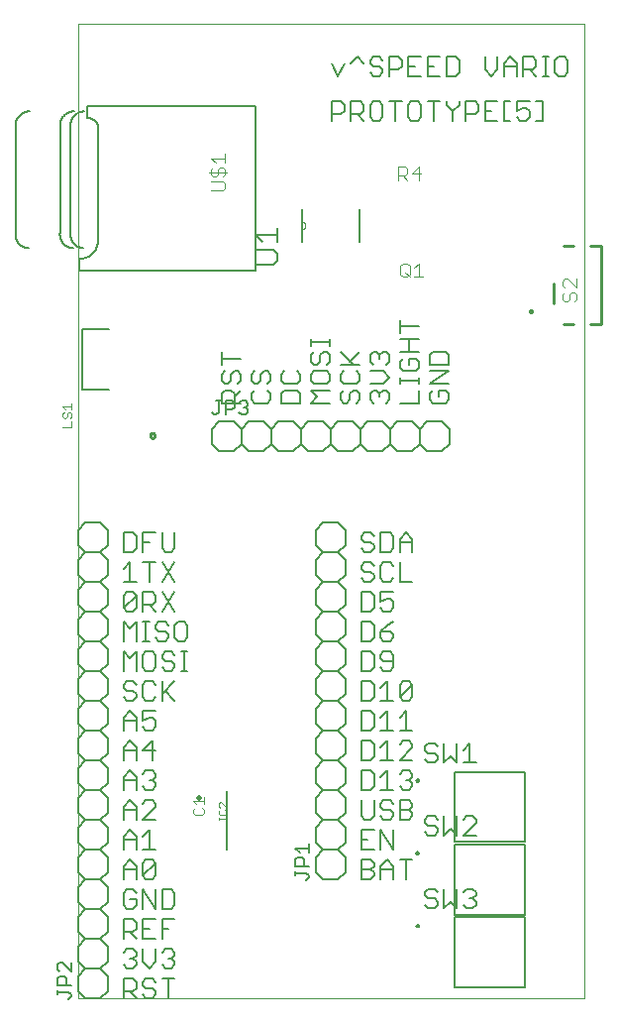
<source format=gto>
G75*
%MOIN*%
%OFA0B0*%
%FSLAX25Y25*%
%IPPOS*%
%LPD*%
%AMOC8*
5,1,8,0,0,1.08239X$1,22.5*
%
%ADD10C,0.00000*%
%ADD11C,0.00600*%
%ADD12C,0.00500*%
%ADD13C,0.00400*%
%ADD14C,0.00800*%
%ADD15C,0.00787*%
%ADD16C,0.01969*%
%ADD17C,0.00100*%
%ADD18C,0.00300*%
%ADD19C,0.01000*%
D10*
X0052595Y0028933D02*
X0052595Y0356610D01*
X0222871Y0356610D01*
X0222871Y0028933D01*
X0052595Y0028933D01*
X0127795Y0287733D02*
X0127864Y0287735D01*
X0127932Y0287741D01*
X0128000Y0287751D01*
X0128067Y0287764D01*
X0128133Y0287782D01*
X0128198Y0287803D01*
X0128262Y0287828D01*
X0128324Y0287856D01*
X0128385Y0287888D01*
X0128444Y0287923D01*
X0128500Y0287962D01*
X0128555Y0288004D01*
X0128606Y0288049D01*
X0128656Y0288097D01*
X0128702Y0288147D01*
X0128745Y0288200D01*
X0128786Y0288256D01*
X0128823Y0288313D01*
X0128856Y0288373D01*
X0128887Y0288435D01*
X0128913Y0288498D01*
X0128936Y0288562D01*
X0128956Y0288628D01*
X0128971Y0288695D01*
X0128983Y0288762D01*
X0128991Y0288830D01*
X0128995Y0288899D01*
X0128995Y0288967D01*
X0128991Y0289036D01*
X0128983Y0289104D01*
X0128971Y0289171D01*
X0128956Y0289238D01*
X0128936Y0289304D01*
X0128913Y0289368D01*
X0128887Y0289431D01*
X0128856Y0289493D01*
X0128823Y0289553D01*
X0128786Y0289610D01*
X0128745Y0289666D01*
X0128702Y0289719D01*
X0128656Y0289769D01*
X0128606Y0289817D01*
X0128555Y0289862D01*
X0128500Y0289904D01*
X0128444Y0289943D01*
X0128385Y0289978D01*
X0128324Y0290010D01*
X0128262Y0290038D01*
X0128198Y0290063D01*
X0128133Y0290084D01*
X0128067Y0290102D01*
X0128000Y0290115D01*
X0127932Y0290125D01*
X0127864Y0290131D01*
X0127795Y0290133D01*
D11*
X0127795Y0287733D01*
X0127795Y0283533D01*
X0127795Y0290133D02*
X0127795Y0294333D01*
X0137895Y0324233D02*
X0137895Y0330639D01*
X0141098Y0330639D01*
X0142165Y0329571D01*
X0142165Y0327436D01*
X0141098Y0326368D01*
X0137895Y0326368D01*
X0144341Y0326368D02*
X0147543Y0326368D01*
X0148611Y0327436D01*
X0148611Y0329571D01*
X0147543Y0330639D01*
X0144341Y0330639D01*
X0144341Y0324233D01*
X0146476Y0326368D02*
X0148611Y0324233D01*
X0150786Y0325301D02*
X0151854Y0324233D01*
X0153989Y0324233D01*
X0155056Y0325301D01*
X0155056Y0329571D01*
X0153989Y0330639D01*
X0151854Y0330639D01*
X0150786Y0329571D01*
X0150786Y0325301D01*
X0157232Y0330639D02*
X0161502Y0330639D01*
X0159367Y0330639D02*
X0159367Y0324233D01*
X0163677Y0325301D02*
X0164745Y0324233D01*
X0166880Y0324233D01*
X0167947Y0325301D01*
X0167947Y0329571D01*
X0166880Y0330639D01*
X0164745Y0330639D01*
X0163677Y0329571D01*
X0163677Y0325301D01*
X0170123Y0330639D02*
X0174393Y0330639D01*
X0172258Y0330639D02*
X0172258Y0324233D01*
X0178703Y0324233D02*
X0178703Y0327436D01*
X0180838Y0329571D01*
X0180838Y0330639D01*
X0183014Y0330639D02*
X0186216Y0330639D01*
X0187284Y0329571D01*
X0187284Y0327436D01*
X0186216Y0326368D01*
X0183014Y0326368D01*
X0183014Y0324233D02*
X0183014Y0330639D01*
X0178703Y0327436D02*
X0176568Y0329571D01*
X0176568Y0330639D01*
X0176568Y0339233D02*
X0179771Y0339233D01*
X0180838Y0340301D01*
X0180838Y0344571D01*
X0179771Y0345639D01*
X0176568Y0345639D01*
X0176568Y0339233D01*
X0174393Y0339233D02*
X0170123Y0339233D01*
X0170123Y0345639D01*
X0174393Y0345639D01*
X0172258Y0342436D02*
X0170123Y0342436D01*
X0167947Y0345639D02*
X0163677Y0345639D01*
X0163677Y0339233D01*
X0167947Y0339233D01*
X0165812Y0342436D02*
X0163677Y0342436D01*
X0161502Y0342436D02*
X0161502Y0344571D01*
X0160434Y0345639D01*
X0157232Y0345639D01*
X0157232Y0339233D01*
X0157232Y0341368D02*
X0160434Y0341368D01*
X0161502Y0342436D01*
X0155056Y0341368D02*
X0155056Y0340301D01*
X0153989Y0339233D01*
X0151854Y0339233D01*
X0150786Y0340301D01*
X0151854Y0342436D02*
X0150786Y0343503D01*
X0150786Y0344571D01*
X0151854Y0345639D01*
X0153989Y0345639D01*
X0155056Y0344571D01*
X0153989Y0342436D02*
X0151854Y0342436D01*
X0153989Y0342436D02*
X0155056Y0341368D01*
X0148611Y0343503D02*
X0146476Y0345639D01*
X0144341Y0343503D01*
X0142165Y0343503D02*
X0140030Y0339233D01*
X0137895Y0343503D01*
X0147395Y0294333D02*
X0147395Y0283533D01*
X0160890Y0257137D02*
X0160890Y0252867D01*
X0160890Y0255002D02*
X0167295Y0255002D01*
X0167295Y0250691D02*
X0160890Y0250691D01*
X0164092Y0250691D02*
X0164092Y0246421D01*
X0164092Y0244246D02*
X0164092Y0242111D01*
X0164092Y0244246D02*
X0166228Y0244246D01*
X0167295Y0243178D01*
X0167295Y0241043D01*
X0166228Y0239976D01*
X0161957Y0239976D01*
X0160890Y0241043D01*
X0160890Y0243178D01*
X0161957Y0244246D01*
X0160890Y0246421D02*
X0167295Y0246421D01*
X0170890Y0245327D02*
X0170890Y0242124D01*
X0177295Y0242124D01*
X0177295Y0245327D01*
X0176228Y0246394D01*
X0171957Y0246394D01*
X0170890Y0245327D01*
X0170890Y0239949D02*
X0177295Y0239949D01*
X0170890Y0235679D01*
X0177295Y0235679D01*
X0176228Y0233503D02*
X0177295Y0232436D01*
X0177295Y0230301D01*
X0176228Y0229233D01*
X0171957Y0229233D01*
X0170890Y0230301D01*
X0170890Y0232436D01*
X0171957Y0233503D01*
X0174092Y0233503D02*
X0174092Y0231368D01*
X0174092Y0233503D02*
X0176228Y0233503D01*
X0167295Y0233503D02*
X0167295Y0229233D01*
X0160890Y0229233D01*
X0157295Y0230301D02*
X0156228Y0229233D01*
X0157295Y0230301D02*
X0157295Y0232436D01*
X0156228Y0233503D01*
X0155160Y0233503D01*
X0154092Y0232436D01*
X0154092Y0231368D01*
X0154092Y0232436D02*
X0153025Y0233503D01*
X0151957Y0233503D01*
X0150890Y0232436D01*
X0150890Y0230301D01*
X0151957Y0229233D01*
X0150890Y0235679D02*
X0155160Y0235679D01*
X0157295Y0237814D01*
X0155160Y0239949D01*
X0150890Y0239949D01*
X0151957Y0242124D02*
X0150890Y0243192D01*
X0150890Y0245327D01*
X0151957Y0246394D01*
X0153025Y0246394D01*
X0154092Y0245327D01*
X0155160Y0246394D01*
X0156228Y0246394D01*
X0157295Y0245327D01*
X0157295Y0243192D01*
X0156228Y0242124D01*
X0154092Y0244259D02*
X0154092Y0245327D01*
X0160890Y0237814D02*
X0160890Y0235679D01*
X0160890Y0236746D02*
X0167295Y0236746D01*
X0167295Y0235679D02*
X0167295Y0237814D01*
X0165095Y0223022D02*
X0160095Y0223022D01*
X0157595Y0220522D01*
X0157595Y0215522D01*
X0160095Y0213022D01*
X0165095Y0213022D01*
X0167595Y0215522D01*
X0170095Y0213022D01*
X0175095Y0213022D01*
X0177595Y0215522D01*
X0177595Y0220522D01*
X0175095Y0223022D01*
X0170095Y0223022D01*
X0167595Y0220522D01*
X0167595Y0215522D01*
X0167595Y0220522D02*
X0165095Y0223022D01*
X0157595Y0220522D02*
X0155095Y0223022D01*
X0150095Y0223022D01*
X0147595Y0220522D01*
X0147595Y0215522D01*
X0145095Y0213022D01*
X0140095Y0213022D01*
X0137595Y0215522D01*
X0135095Y0213022D01*
X0130095Y0213022D01*
X0127595Y0215522D01*
X0125095Y0213022D01*
X0120095Y0213022D01*
X0117595Y0215522D01*
X0115095Y0213022D01*
X0110095Y0213022D01*
X0107595Y0215522D01*
X0105095Y0213022D01*
X0100095Y0213022D01*
X0097595Y0215522D01*
X0097595Y0220522D01*
X0100095Y0223022D01*
X0105095Y0223022D01*
X0107595Y0220522D01*
X0110095Y0223022D01*
X0115095Y0223022D01*
X0117595Y0220522D01*
X0117595Y0215522D01*
X0117595Y0220522D02*
X0120095Y0223022D01*
X0125095Y0223022D01*
X0127595Y0220522D01*
X0130095Y0223022D01*
X0135095Y0223022D01*
X0137595Y0220522D01*
X0140095Y0223022D01*
X0145095Y0223022D01*
X0147595Y0220522D01*
X0147595Y0215522D02*
X0150095Y0213022D01*
X0155095Y0213022D01*
X0157595Y0215522D01*
X0146228Y0229233D02*
X0147295Y0230301D01*
X0147295Y0232436D01*
X0146228Y0233503D01*
X0145160Y0233503D01*
X0144092Y0232436D01*
X0144092Y0230301D01*
X0143025Y0229233D01*
X0141957Y0229233D01*
X0140890Y0230301D01*
X0140890Y0232436D01*
X0141957Y0233503D01*
X0141957Y0235679D02*
X0146228Y0235679D01*
X0147295Y0236746D01*
X0147295Y0238881D01*
X0146228Y0239949D01*
X0147295Y0242124D02*
X0140890Y0242124D01*
X0141957Y0239949D02*
X0140890Y0238881D01*
X0140890Y0236746D01*
X0141957Y0235679D01*
X0137295Y0236746D02*
X0136228Y0235679D01*
X0131957Y0235679D01*
X0130890Y0236746D01*
X0130890Y0238881D01*
X0131957Y0239949D01*
X0136228Y0239949D01*
X0137295Y0238881D01*
X0137295Y0236746D01*
X0137295Y0233503D02*
X0130890Y0233503D01*
X0133025Y0231368D01*
X0130890Y0229233D01*
X0137295Y0229233D01*
X0137595Y0220522D02*
X0137595Y0215522D01*
X0127595Y0215522D02*
X0127595Y0220522D01*
X0127295Y0229233D02*
X0120890Y0229233D01*
X0120890Y0232436D01*
X0121957Y0233503D01*
X0126228Y0233503D01*
X0127295Y0232436D01*
X0127295Y0229233D01*
X0126228Y0235679D02*
X0127295Y0236746D01*
X0127295Y0238881D01*
X0126228Y0239949D01*
X0126228Y0235679D02*
X0121957Y0235679D01*
X0120890Y0236746D01*
X0120890Y0238881D01*
X0121957Y0239949D01*
X0117295Y0238881D02*
X0117295Y0236746D01*
X0116228Y0235679D01*
X0116228Y0233503D02*
X0117295Y0232436D01*
X0117295Y0230301D01*
X0116228Y0229233D01*
X0111957Y0229233D01*
X0110890Y0230301D01*
X0110890Y0232436D01*
X0111957Y0233503D01*
X0111957Y0235679D02*
X0113025Y0235679D01*
X0114092Y0236746D01*
X0114092Y0238881D01*
X0115160Y0239949D01*
X0116228Y0239949D01*
X0117295Y0238881D01*
X0111957Y0239949D02*
X0110890Y0238881D01*
X0110890Y0236746D01*
X0111957Y0235679D01*
X0107295Y0236746D02*
X0106228Y0235679D01*
X0107295Y0236746D02*
X0107295Y0238881D01*
X0106228Y0239949D01*
X0105160Y0239949D01*
X0104092Y0238881D01*
X0104092Y0236746D01*
X0103025Y0235679D01*
X0101957Y0235679D01*
X0100890Y0236746D01*
X0100890Y0238881D01*
X0101957Y0239949D01*
X0100890Y0242124D02*
X0100890Y0246394D01*
X0100890Y0244259D02*
X0107295Y0244259D01*
X0107295Y0233503D02*
X0105160Y0231368D01*
X0105160Y0232436D02*
X0105160Y0229233D01*
X0107295Y0229233D02*
X0100890Y0229233D01*
X0100890Y0232436D01*
X0101957Y0233503D01*
X0104092Y0233503D01*
X0105160Y0232436D01*
X0107595Y0220522D02*
X0107595Y0215522D01*
X0085056Y0185639D02*
X0085056Y0180301D01*
X0083989Y0179233D01*
X0081854Y0179233D01*
X0080786Y0180301D01*
X0080786Y0185639D01*
X0078611Y0185639D02*
X0074341Y0185639D01*
X0074341Y0179233D01*
X0072165Y0180301D02*
X0072165Y0184571D01*
X0071098Y0185639D01*
X0067895Y0185639D01*
X0067895Y0179233D01*
X0071098Y0179233D01*
X0072165Y0180301D01*
X0074341Y0182436D02*
X0076476Y0182436D01*
X0076476Y0175639D02*
X0076476Y0169233D01*
X0077543Y0165639D02*
X0074341Y0165639D01*
X0074341Y0159233D01*
X0074341Y0161368D02*
X0077543Y0161368D01*
X0078611Y0162436D01*
X0078611Y0164571D01*
X0077543Y0165639D01*
X0080786Y0165639D02*
X0085056Y0159233D01*
X0086151Y0155639D02*
X0085083Y0154571D01*
X0085083Y0150301D01*
X0086151Y0149233D01*
X0088286Y0149233D01*
X0089353Y0150301D01*
X0089353Y0154571D01*
X0088286Y0155639D01*
X0086151Y0155639D01*
X0082908Y0154571D02*
X0081840Y0155639D01*
X0079705Y0155639D01*
X0078638Y0154571D01*
X0078638Y0153503D01*
X0079705Y0152436D01*
X0081840Y0152436D01*
X0082908Y0151368D01*
X0082908Y0150301D01*
X0081840Y0149233D01*
X0079705Y0149233D01*
X0078638Y0150301D01*
X0076476Y0149233D02*
X0074341Y0149233D01*
X0075408Y0149233D02*
X0075408Y0155639D01*
X0074341Y0155639D02*
X0076476Y0155639D01*
X0078611Y0159233D02*
X0076476Y0161368D01*
X0072165Y0160301D02*
X0072165Y0164571D01*
X0067895Y0160301D01*
X0068963Y0159233D01*
X0071098Y0159233D01*
X0072165Y0160301D01*
X0072165Y0164571D02*
X0071098Y0165639D01*
X0068963Y0165639D01*
X0067895Y0164571D01*
X0067895Y0160301D01*
X0067895Y0155639D02*
X0070030Y0153503D01*
X0072165Y0155639D01*
X0072165Y0149233D01*
X0072165Y0145639D02*
X0072165Y0139233D01*
X0074341Y0140301D02*
X0075408Y0139233D01*
X0077543Y0139233D01*
X0078611Y0140301D01*
X0078611Y0144571D01*
X0077543Y0145639D01*
X0075408Y0145639D01*
X0074341Y0144571D01*
X0074341Y0140301D01*
X0075408Y0135639D02*
X0074341Y0134571D01*
X0074341Y0130301D01*
X0075408Y0129233D01*
X0077543Y0129233D01*
X0078611Y0130301D01*
X0080786Y0131368D02*
X0085056Y0135639D01*
X0083989Y0139233D02*
X0081854Y0139233D01*
X0080786Y0140301D01*
X0081854Y0142436D02*
X0083989Y0142436D01*
X0085056Y0141368D01*
X0085056Y0140301D01*
X0083989Y0139233D01*
X0081854Y0142436D02*
X0080786Y0143503D01*
X0080786Y0144571D01*
X0081854Y0145639D01*
X0083989Y0145639D01*
X0085056Y0144571D01*
X0087232Y0145639D02*
X0089367Y0145639D01*
X0088299Y0145639D02*
X0088299Y0139233D01*
X0087232Y0139233D02*
X0089367Y0139233D01*
X0080786Y0135639D02*
X0080786Y0129233D01*
X0081854Y0132436D02*
X0085056Y0129233D01*
X0078611Y0125639D02*
X0074341Y0125639D01*
X0074341Y0122436D01*
X0076476Y0123503D01*
X0077543Y0123503D01*
X0078611Y0122436D01*
X0078611Y0120301D01*
X0077543Y0119233D01*
X0075408Y0119233D01*
X0074341Y0120301D01*
X0072165Y0119233D02*
X0072165Y0123503D01*
X0070030Y0125639D01*
X0067895Y0123503D01*
X0067895Y0119233D01*
X0067895Y0122436D02*
X0072165Y0122436D01*
X0071098Y0129233D02*
X0068963Y0129233D01*
X0067895Y0130301D01*
X0068963Y0132436D02*
X0071098Y0132436D01*
X0072165Y0131368D01*
X0072165Y0130301D01*
X0071098Y0129233D01*
X0068963Y0132436D02*
X0067895Y0133503D01*
X0067895Y0134571D01*
X0068963Y0135639D01*
X0071098Y0135639D01*
X0072165Y0134571D01*
X0075408Y0135639D02*
X0077543Y0135639D01*
X0078611Y0134571D01*
X0070030Y0143503D02*
X0072165Y0145639D01*
X0070030Y0143503D02*
X0067895Y0145639D01*
X0067895Y0139233D01*
X0062595Y0141433D02*
X0062595Y0146433D01*
X0060095Y0148933D01*
X0062595Y0151433D01*
X0062595Y0156433D01*
X0060095Y0158933D01*
X0062595Y0161433D01*
X0062595Y0166433D01*
X0060095Y0168933D01*
X0055095Y0168933D01*
X0052595Y0166433D01*
X0052595Y0161433D01*
X0055095Y0158933D01*
X0060095Y0158933D01*
X0055095Y0158933D02*
X0052595Y0156433D01*
X0052595Y0151433D01*
X0055095Y0148933D01*
X0060095Y0148933D01*
X0055095Y0148933D02*
X0052595Y0146433D01*
X0052595Y0141433D01*
X0055095Y0138933D01*
X0060095Y0138933D01*
X0062595Y0136433D01*
X0062595Y0131433D01*
X0060095Y0128933D01*
X0062595Y0126433D01*
X0062595Y0121433D01*
X0060095Y0118933D01*
X0062595Y0116433D01*
X0062595Y0111433D01*
X0060095Y0108933D01*
X0062595Y0106433D01*
X0062595Y0101433D01*
X0060095Y0098933D01*
X0062595Y0096433D01*
X0062595Y0091433D01*
X0060095Y0088933D01*
X0062595Y0086433D01*
X0062595Y0081433D01*
X0060095Y0078933D01*
X0062595Y0076433D01*
X0062595Y0071433D01*
X0060095Y0068933D01*
X0062595Y0066433D01*
X0062595Y0061433D01*
X0060095Y0058933D01*
X0062595Y0056433D01*
X0062595Y0051433D01*
X0060095Y0048933D01*
X0062595Y0046433D01*
X0062595Y0041433D01*
X0060095Y0038933D01*
X0062595Y0036433D01*
X0062595Y0031433D01*
X0060095Y0028933D01*
X0055095Y0028933D01*
X0052595Y0031433D01*
X0052595Y0036433D01*
X0055095Y0038933D01*
X0052595Y0041433D01*
X0052595Y0046433D01*
X0055095Y0048933D01*
X0060095Y0048933D01*
X0055095Y0048933D02*
X0052595Y0051433D01*
X0052595Y0056433D01*
X0055095Y0058933D01*
X0052595Y0061433D01*
X0052595Y0066433D01*
X0055095Y0068933D01*
X0052595Y0071433D01*
X0052595Y0076433D01*
X0055095Y0078933D01*
X0060095Y0078933D01*
X0055095Y0078933D02*
X0052595Y0081433D01*
X0052595Y0086433D01*
X0055095Y0088933D01*
X0052595Y0091433D01*
X0052595Y0096433D01*
X0055095Y0098933D01*
X0052595Y0101433D01*
X0052595Y0106433D01*
X0055095Y0108933D01*
X0060095Y0108933D01*
X0055095Y0108933D02*
X0052595Y0111433D01*
X0052595Y0116433D01*
X0055095Y0118933D01*
X0052595Y0121433D01*
X0052595Y0126433D01*
X0055095Y0128933D01*
X0052595Y0131433D01*
X0052595Y0136433D01*
X0055095Y0138933D01*
X0060095Y0138933D02*
X0062595Y0141433D01*
X0067895Y0149233D02*
X0067895Y0155639D01*
X0067895Y0169233D02*
X0072165Y0169233D01*
X0070030Y0169233D02*
X0070030Y0175639D01*
X0067895Y0173503D01*
X0062595Y0171433D02*
X0060095Y0168933D01*
X0062595Y0171433D02*
X0062595Y0176433D01*
X0060095Y0178933D01*
X0062595Y0181433D01*
X0062595Y0186433D01*
X0060095Y0188933D01*
X0055095Y0188933D01*
X0052595Y0186433D01*
X0052595Y0181433D01*
X0055095Y0178933D01*
X0060095Y0178933D01*
X0055095Y0178933D02*
X0052595Y0176433D01*
X0052595Y0171433D01*
X0055095Y0168933D01*
X0074341Y0175639D02*
X0078611Y0175639D01*
X0080786Y0175639D02*
X0085056Y0169233D01*
X0085056Y0165639D02*
X0080786Y0159233D01*
X0080786Y0169233D02*
X0085056Y0175639D01*
X0060095Y0128933D02*
X0055095Y0128933D01*
X0055095Y0118933D02*
X0060095Y0118933D01*
X0067895Y0113503D02*
X0067895Y0109233D01*
X0067895Y0112436D02*
X0072165Y0112436D01*
X0072165Y0113503D02*
X0072165Y0109233D01*
X0074341Y0112436D02*
X0078611Y0112436D01*
X0077543Y0109233D02*
X0077543Y0115639D01*
X0074341Y0112436D01*
X0072165Y0113503D02*
X0070030Y0115639D01*
X0067895Y0113503D01*
X0070030Y0105639D02*
X0067895Y0103503D01*
X0067895Y0099233D01*
X0067895Y0102436D02*
X0072165Y0102436D01*
X0072165Y0103503D02*
X0072165Y0099233D01*
X0074341Y0100301D02*
X0075408Y0099233D01*
X0077543Y0099233D01*
X0078611Y0100301D01*
X0078611Y0101368D01*
X0077543Y0102436D01*
X0076476Y0102436D01*
X0077543Y0102436D02*
X0078611Y0103503D01*
X0078611Y0104571D01*
X0077543Y0105639D01*
X0075408Y0105639D01*
X0074341Y0104571D01*
X0072165Y0103503D02*
X0070030Y0105639D01*
X0070030Y0095639D02*
X0072165Y0093503D01*
X0072165Y0089233D01*
X0074341Y0089233D02*
X0078611Y0093503D01*
X0078611Y0094571D01*
X0077543Y0095639D01*
X0075408Y0095639D01*
X0074341Y0094571D01*
X0072165Y0092436D02*
X0067895Y0092436D01*
X0067895Y0093503D02*
X0070030Y0095639D01*
X0067895Y0093503D02*
X0067895Y0089233D01*
X0070030Y0085639D02*
X0072165Y0083503D01*
X0072165Y0079233D01*
X0074341Y0079233D02*
X0078611Y0079233D01*
X0076476Y0079233D02*
X0076476Y0085639D01*
X0074341Y0083503D01*
X0072165Y0082436D02*
X0067895Y0082436D01*
X0067895Y0083503D02*
X0070030Y0085639D01*
X0067895Y0083503D02*
X0067895Y0079233D01*
X0070030Y0075639D02*
X0067895Y0073503D01*
X0067895Y0069233D01*
X0067895Y0072436D02*
X0072165Y0072436D01*
X0072165Y0073503D02*
X0072165Y0069233D01*
X0074341Y0070301D02*
X0078611Y0074571D01*
X0078611Y0070301D01*
X0077543Y0069233D01*
X0075408Y0069233D01*
X0074341Y0070301D01*
X0074341Y0074571D01*
X0075408Y0075639D01*
X0077543Y0075639D01*
X0078611Y0074571D01*
X0072165Y0073503D02*
X0070030Y0075639D01*
X0068963Y0065639D02*
X0067895Y0064571D01*
X0067895Y0060301D01*
X0068963Y0059233D01*
X0071098Y0059233D01*
X0072165Y0060301D01*
X0072165Y0062436D01*
X0070030Y0062436D01*
X0072165Y0064571D02*
X0071098Y0065639D01*
X0068963Y0065639D01*
X0074341Y0065639D02*
X0074341Y0059233D01*
X0074341Y0055639D02*
X0074341Y0049233D01*
X0078611Y0049233D01*
X0080786Y0049233D02*
X0080786Y0055639D01*
X0085056Y0055639D01*
X0083989Y0059233D02*
X0085056Y0060301D01*
X0085056Y0064571D01*
X0083989Y0065639D01*
X0080786Y0065639D01*
X0080786Y0059233D01*
X0083989Y0059233D01*
X0078611Y0059233D02*
X0078611Y0065639D01*
X0074341Y0065639D02*
X0078611Y0059233D01*
X0078611Y0055639D02*
X0074341Y0055639D01*
X0072165Y0054571D02*
X0072165Y0052436D01*
X0071098Y0051368D01*
X0067895Y0051368D01*
X0067895Y0049233D02*
X0067895Y0055639D01*
X0071098Y0055639D01*
X0072165Y0054571D01*
X0074341Y0052436D02*
X0076476Y0052436D01*
X0072165Y0049233D02*
X0070030Y0051368D01*
X0068963Y0045639D02*
X0071098Y0045639D01*
X0072165Y0044571D01*
X0072165Y0043503D01*
X0071098Y0042436D01*
X0072165Y0041368D01*
X0072165Y0040301D01*
X0071098Y0039233D01*
X0068963Y0039233D01*
X0067895Y0040301D01*
X0070030Y0042436D02*
X0071098Y0042436D01*
X0074341Y0041368D02*
X0076476Y0039233D01*
X0078611Y0041368D01*
X0078611Y0045639D01*
X0080786Y0044571D02*
X0081854Y0045639D01*
X0083989Y0045639D01*
X0085056Y0044571D01*
X0085056Y0043503D01*
X0083989Y0042436D01*
X0085056Y0041368D01*
X0085056Y0040301D01*
X0083989Y0039233D01*
X0081854Y0039233D01*
X0080786Y0040301D01*
X0082921Y0042436D02*
X0083989Y0042436D01*
X0085056Y0035639D02*
X0080786Y0035639D01*
X0082921Y0035639D02*
X0082921Y0029233D01*
X0078611Y0030301D02*
X0077543Y0029233D01*
X0075408Y0029233D01*
X0074341Y0030301D01*
X0075408Y0032436D02*
X0074341Y0033503D01*
X0074341Y0034571D01*
X0075408Y0035639D01*
X0077543Y0035639D01*
X0078611Y0034571D01*
X0077543Y0032436D02*
X0075408Y0032436D01*
X0077543Y0032436D02*
X0078611Y0031368D01*
X0078611Y0030301D01*
X0072165Y0029233D02*
X0070030Y0031368D01*
X0071098Y0031368D02*
X0067895Y0031368D01*
X0067895Y0029233D02*
X0067895Y0035639D01*
X0071098Y0035639D01*
X0072165Y0034571D01*
X0072165Y0032436D01*
X0071098Y0031368D01*
X0074341Y0041368D02*
X0074341Y0045639D01*
X0068963Y0045639D02*
X0067895Y0044571D01*
X0060095Y0038933D02*
X0055095Y0038933D01*
X0055095Y0058933D02*
X0060095Y0058933D01*
X0060095Y0068933D02*
X0055095Y0068933D01*
X0055095Y0088933D02*
X0060095Y0088933D01*
X0060095Y0098933D02*
X0055095Y0098933D01*
X0074341Y0089233D02*
X0078611Y0089233D01*
X0080786Y0052436D02*
X0082921Y0052436D01*
X0132595Y0071433D02*
X0135095Y0068933D01*
X0140095Y0068933D01*
X0142595Y0071433D01*
X0142595Y0076433D01*
X0140095Y0078933D01*
X0142595Y0081433D01*
X0142595Y0086433D01*
X0140095Y0088933D01*
X0135095Y0088933D01*
X0132595Y0086433D01*
X0132595Y0081433D01*
X0135095Y0078933D01*
X0140095Y0078933D01*
X0135095Y0078933D02*
X0132595Y0076433D01*
X0132595Y0071433D01*
X0135095Y0088933D02*
X0132595Y0091433D01*
X0132595Y0096433D01*
X0135095Y0098933D01*
X0132595Y0101433D01*
X0132595Y0106433D01*
X0135095Y0108933D01*
X0132595Y0111433D01*
X0132595Y0116433D01*
X0135095Y0118933D01*
X0140095Y0118933D01*
X0142595Y0116433D01*
X0142595Y0111433D01*
X0140095Y0108933D01*
X0142595Y0106433D01*
X0142595Y0101433D01*
X0140095Y0098933D01*
X0142595Y0096433D01*
X0142595Y0091433D01*
X0140095Y0088933D01*
X0140095Y0098933D02*
X0135095Y0098933D01*
X0135095Y0108933D02*
X0140095Y0108933D01*
X0147895Y0109233D02*
X0151098Y0109233D01*
X0152165Y0110301D01*
X0152165Y0114571D01*
X0151098Y0115639D01*
X0147895Y0115639D01*
X0147895Y0109233D01*
X0147895Y0105639D02*
X0151098Y0105639D01*
X0152165Y0104571D01*
X0152165Y0100301D01*
X0151098Y0099233D01*
X0147895Y0099233D01*
X0147895Y0105639D01*
X0147895Y0095639D02*
X0147895Y0090301D01*
X0148963Y0089233D01*
X0151098Y0089233D01*
X0152165Y0090301D01*
X0152165Y0095639D01*
X0154341Y0094571D02*
X0154341Y0093503D01*
X0155408Y0092436D01*
X0157543Y0092436D01*
X0158611Y0091368D01*
X0158611Y0090301D01*
X0157543Y0089233D01*
X0155408Y0089233D01*
X0154341Y0090301D01*
X0154341Y0094571D02*
X0155408Y0095639D01*
X0157543Y0095639D01*
X0158611Y0094571D01*
X0160786Y0095639D02*
X0160786Y0089233D01*
X0163989Y0089233D01*
X0165056Y0090301D01*
X0165056Y0091368D01*
X0163989Y0092436D01*
X0160786Y0092436D01*
X0160786Y0095639D02*
X0163989Y0095639D01*
X0165056Y0094571D01*
X0165056Y0093503D01*
X0163989Y0092436D01*
X0163989Y0099233D02*
X0161854Y0099233D01*
X0160786Y0100301D01*
X0158611Y0099233D02*
X0154341Y0099233D01*
X0156476Y0099233D02*
X0156476Y0105639D01*
X0154341Y0103503D01*
X0154341Y0109233D02*
X0158611Y0109233D01*
X0156476Y0109233D02*
X0156476Y0115639D01*
X0154341Y0113503D01*
X0154341Y0119233D02*
X0158611Y0119233D01*
X0156476Y0119233D02*
X0156476Y0125639D01*
X0154341Y0123503D01*
X0152165Y0124571D02*
X0152165Y0120301D01*
X0151098Y0119233D01*
X0147895Y0119233D01*
X0147895Y0125639D01*
X0151098Y0125639D01*
X0152165Y0124571D01*
X0151098Y0129233D02*
X0152165Y0130301D01*
X0152165Y0134571D01*
X0151098Y0135639D01*
X0147895Y0135639D01*
X0147895Y0129233D01*
X0151098Y0129233D01*
X0154341Y0129233D02*
X0158611Y0129233D01*
X0156476Y0129233D02*
X0156476Y0135639D01*
X0154341Y0133503D01*
X0155408Y0139233D02*
X0157543Y0139233D01*
X0158611Y0140301D01*
X0158611Y0144571D01*
X0157543Y0145639D01*
X0155408Y0145639D01*
X0154341Y0144571D01*
X0154341Y0143503D01*
X0155408Y0142436D01*
X0158611Y0142436D01*
X0155408Y0139233D02*
X0154341Y0140301D01*
X0152165Y0140301D02*
X0152165Y0144571D01*
X0151098Y0145639D01*
X0147895Y0145639D01*
X0147895Y0139233D01*
X0151098Y0139233D01*
X0152165Y0140301D01*
X0151098Y0149233D02*
X0147895Y0149233D01*
X0147895Y0155639D01*
X0151098Y0155639D01*
X0152165Y0154571D01*
X0152165Y0150301D01*
X0151098Y0149233D01*
X0154341Y0150301D02*
X0155408Y0149233D01*
X0157543Y0149233D01*
X0158611Y0150301D01*
X0158611Y0151368D01*
X0157543Y0152436D01*
X0154341Y0152436D01*
X0154341Y0150301D01*
X0154341Y0152436D02*
X0156476Y0154571D01*
X0158611Y0155639D01*
X0157543Y0159233D02*
X0155408Y0159233D01*
X0154341Y0160301D01*
X0154341Y0162436D02*
X0156476Y0163503D01*
X0157543Y0163503D01*
X0158611Y0162436D01*
X0158611Y0160301D01*
X0157543Y0159233D01*
X0154341Y0162436D02*
X0154341Y0165639D01*
X0158611Y0165639D01*
X0157543Y0169233D02*
X0155408Y0169233D01*
X0154341Y0170301D01*
X0154341Y0174571D01*
X0155408Y0175639D01*
X0157543Y0175639D01*
X0158611Y0174571D01*
X0160786Y0175639D02*
X0160786Y0169233D01*
X0165056Y0169233D01*
X0165056Y0179233D02*
X0165056Y0183503D01*
X0162921Y0185639D01*
X0160786Y0183503D01*
X0160786Y0179233D01*
X0158611Y0180301D02*
X0158611Y0184571D01*
X0157543Y0185639D01*
X0154341Y0185639D01*
X0154341Y0179233D01*
X0157543Y0179233D01*
X0158611Y0180301D01*
X0160786Y0182436D02*
X0165056Y0182436D01*
X0158611Y0170301D02*
X0157543Y0169233D01*
X0152165Y0170301D02*
X0151098Y0169233D01*
X0148963Y0169233D01*
X0147895Y0170301D01*
X0148963Y0172436D02*
X0147895Y0173503D01*
X0147895Y0174571D01*
X0148963Y0175639D01*
X0151098Y0175639D01*
X0152165Y0174571D01*
X0151098Y0172436D02*
X0152165Y0171368D01*
X0152165Y0170301D01*
X0151098Y0172436D02*
X0148963Y0172436D01*
X0148963Y0179233D02*
X0147895Y0180301D01*
X0148963Y0179233D02*
X0151098Y0179233D01*
X0152165Y0180301D01*
X0152165Y0181368D01*
X0151098Y0182436D01*
X0148963Y0182436D01*
X0147895Y0183503D01*
X0147895Y0184571D01*
X0148963Y0185639D01*
X0151098Y0185639D01*
X0152165Y0184571D01*
X0142595Y0186433D02*
X0142595Y0181433D01*
X0140095Y0178933D01*
X0142595Y0176433D01*
X0142595Y0171433D01*
X0140095Y0168933D01*
X0142595Y0166433D01*
X0142595Y0161433D01*
X0140095Y0158933D01*
X0142595Y0156433D01*
X0142595Y0151433D01*
X0140095Y0148933D01*
X0142595Y0146433D01*
X0142595Y0141433D01*
X0140095Y0138933D01*
X0142595Y0136433D01*
X0142595Y0131433D01*
X0140095Y0128933D01*
X0142595Y0126433D01*
X0142595Y0121433D01*
X0140095Y0118933D01*
X0135095Y0118933D02*
X0132595Y0121433D01*
X0132595Y0126433D01*
X0135095Y0128933D01*
X0132595Y0131433D01*
X0132595Y0136433D01*
X0135095Y0138933D01*
X0132595Y0141433D01*
X0132595Y0146433D01*
X0135095Y0148933D01*
X0140095Y0148933D01*
X0135095Y0148933D02*
X0132595Y0151433D01*
X0132595Y0156433D01*
X0135095Y0158933D01*
X0132595Y0161433D01*
X0132595Y0166433D01*
X0135095Y0168933D01*
X0132595Y0171433D01*
X0132595Y0176433D01*
X0135095Y0178933D01*
X0132595Y0181433D01*
X0132595Y0186433D01*
X0135095Y0188933D01*
X0140095Y0188933D01*
X0142595Y0186433D01*
X0140095Y0178933D02*
X0135095Y0178933D01*
X0135095Y0168933D02*
X0140095Y0168933D01*
X0147895Y0165639D02*
X0147895Y0159233D01*
X0151098Y0159233D01*
X0152165Y0160301D01*
X0152165Y0164571D01*
X0151098Y0165639D01*
X0147895Y0165639D01*
X0140095Y0158933D02*
X0135095Y0158933D01*
X0135095Y0138933D02*
X0140095Y0138933D01*
X0140095Y0128933D02*
X0135095Y0128933D01*
X0160786Y0130301D02*
X0165056Y0134571D01*
X0165056Y0130301D01*
X0163989Y0129233D01*
X0161854Y0129233D01*
X0160786Y0130301D01*
X0160786Y0134571D01*
X0161854Y0135639D01*
X0163989Y0135639D01*
X0165056Y0134571D01*
X0162921Y0125639D02*
X0160786Y0123503D01*
X0162921Y0125639D02*
X0162921Y0119233D01*
X0160786Y0119233D02*
X0165056Y0119233D01*
X0163989Y0115639D02*
X0161854Y0115639D01*
X0160786Y0114571D01*
X0163989Y0115639D02*
X0165056Y0114571D01*
X0165056Y0113503D01*
X0160786Y0109233D01*
X0165056Y0109233D01*
X0163989Y0105639D02*
X0165056Y0104571D01*
X0165056Y0103503D01*
X0163989Y0102436D01*
X0165056Y0101368D01*
X0165056Y0100301D01*
X0163989Y0099233D01*
X0163989Y0102436D02*
X0162921Y0102436D01*
X0160786Y0104571D02*
X0161854Y0105639D01*
X0163989Y0105639D01*
X0169312Y0109344D02*
X0170382Y0108275D01*
X0172521Y0108275D01*
X0173590Y0109344D01*
X0173590Y0110414D01*
X0172521Y0111483D01*
X0170382Y0111483D01*
X0169312Y0112553D01*
X0169312Y0113622D01*
X0170382Y0114692D01*
X0172521Y0114692D01*
X0173590Y0113622D01*
X0175768Y0114692D02*
X0175768Y0108275D01*
X0177907Y0110414D01*
X0180047Y0108275D01*
X0180047Y0114692D01*
X0182225Y0112553D02*
X0184364Y0114692D01*
X0184364Y0108275D01*
X0182225Y0108275D02*
X0186503Y0108275D01*
X0185433Y0090283D02*
X0183294Y0090283D01*
X0182225Y0089213D01*
X0180047Y0090283D02*
X0180047Y0083865D01*
X0177907Y0086004D01*
X0175768Y0083865D01*
X0175768Y0090283D01*
X0173590Y0089213D02*
X0172521Y0090283D01*
X0170382Y0090283D01*
X0169312Y0089213D01*
X0169312Y0088144D01*
X0170382Y0087074D01*
X0172521Y0087074D01*
X0173590Y0086004D01*
X0173590Y0084935D01*
X0172521Y0083865D01*
X0170382Y0083865D01*
X0169312Y0084935D01*
X0165056Y0075639D02*
X0160786Y0075639D01*
X0162921Y0075639D02*
X0162921Y0069233D01*
X0158611Y0069233D02*
X0158611Y0073503D01*
X0156476Y0075639D01*
X0154341Y0073503D01*
X0154341Y0069233D01*
X0152165Y0070301D02*
X0151098Y0069233D01*
X0147895Y0069233D01*
X0147895Y0075639D01*
X0151098Y0075639D01*
X0152165Y0074571D01*
X0152165Y0073503D01*
X0151098Y0072436D01*
X0147895Y0072436D01*
X0151098Y0072436D02*
X0152165Y0071368D01*
X0152165Y0070301D01*
X0154341Y0072436D02*
X0158611Y0072436D01*
X0158611Y0079233D02*
X0158611Y0085639D01*
X0154341Y0085639D02*
X0158611Y0079233D01*
X0154341Y0079233D02*
X0154341Y0085639D01*
X0152165Y0085639D02*
X0147895Y0085639D01*
X0147895Y0079233D01*
X0152165Y0079233D01*
X0150030Y0082436D02*
X0147895Y0082436D01*
X0169312Y0064804D02*
X0169312Y0063734D01*
X0170382Y0062665D01*
X0172521Y0062665D01*
X0173590Y0061595D01*
X0173590Y0060526D01*
X0172521Y0059456D01*
X0170382Y0059456D01*
X0169312Y0060526D01*
X0169312Y0064804D02*
X0170382Y0065873D01*
X0172521Y0065873D01*
X0173590Y0064804D01*
X0175768Y0065873D02*
X0175768Y0059456D01*
X0177907Y0061595D01*
X0180047Y0059456D01*
X0180047Y0065873D01*
X0182225Y0064804D02*
X0183294Y0065873D01*
X0185433Y0065873D01*
X0186503Y0064804D01*
X0186503Y0063734D01*
X0185433Y0062665D01*
X0186503Y0061595D01*
X0186503Y0060526D01*
X0185433Y0059456D01*
X0183294Y0059456D01*
X0182225Y0060526D01*
X0184364Y0062665D02*
X0185433Y0062665D01*
X0186503Y0083865D02*
X0182225Y0083865D01*
X0186503Y0088144D01*
X0186503Y0089213D01*
X0185433Y0090283D01*
X0145160Y0242124D02*
X0140890Y0246394D01*
X0137295Y0245327D02*
X0137295Y0243192D01*
X0136228Y0242124D01*
X0134092Y0243192D02*
X0134092Y0245327D01*
X0135160Y0246394D01*
X0136228Y0246394D01*
X0137295Y0245327D01*
X0137295Y0248570D02*
X0137295Y0250705D01*
X0137295Y0249637D02*
X0130890Y0249637D01*
X0130890Y0248570D02*
X0130890Y0250705D01*
X0131957Y0246394D02*
X0130890Y0245327D01*
X0130890Y0243192D01*
X0131957Y0242124D01*
X0133025Y0242124D01*
X0134092Y0243192D01*
X0144092Y0243192D02*
X0147295Y0246394D01*
X0189459Y0324233D02*
X0193729Y0324233D01*
X0195905Y0324233D02*
X0195905Y0330639D01*
X0198040Y0330639D01*
X0200202Y0330639D02*
X0200202Y0327436D01*
X0202337Y0328503D01*
X0203404Y0328503D01*
X0204472Y0327436D01*
X0204472Y0325301D01*
X0203404Y0324233D01*
X0201269Y0324233D01*
X0200202Y0325301D01*
X0198040Y0324233D02*
X0195905Y0324233D01*
X0191594Y0327436D02*
X0189459Y0327436D01*
X0189459Y0330639D02*
X0189459Y0324233D01*
X0189459Y0330639D02*
X0193729Y0330639D01*
X0191594Y0339233D02*
X0193729Y0341368D01*
X0193729Y0345639D01*
X0195905Y0343503D02*
X0198040Y0345639D01*
X0200175Y0343503D01*
X0200175Y0339233D01*
X0202350Y0339233D02*
X0202350Y0345639D01*
X0205553Y0345639D01*
X0206620Y0344571D01*
X0206620Y0342436D01*
X0205553Y0341368D01*
X0202350Y0341368D01*
X0204485Y0341368D02*
X0206620Y0339233D01*
X0208796Y0339233D02*
X0210931Y0339233D01*
X0209863Y0339233D02*
X0209863Y0345639D01*
X0208796Y0345639D02*
X0210931Y0345639D01*
X0213093Y0344571D02*
X0213093Y0340301D01*
X0214160Y0339233D01*
X0216295Y0339233D01*
X0217363Y0340301D01*
X0217363Y0344571D01*
X0216295Y0345639D01*
X0214160Y0345639D01*
X0213093Y0344571D01*
X0208782Y0330639D02*
X0206647Y0330639D01*
X0208782Y0330639D02*
X0208782Y0324233D01*
X0206647Y0324233D01*
X0204472Y0330639D02*
X0200202Y0330639D01*
X0195905Y0339233D02*
X0195905Y0343503D01*
X0195905Y0342436D02*
X0200175Y0342436D01*
X0191594Y0339233D02*
X0189459Y0341368D01*
X0189459Y0345639D01*
D12*
X0045641Y0031886D02*
X0045641Y0030384D01*
X0045641Y0031135D02*
X0049395Y0031135D01*
X0050145Y0030384D01*
X0050145Y0029634D01*
X0049395Y0028883D01*
X0050145Y0033487D02*
X0045641Y0033487D01*
X0045641Y0035739D01*
X0046392Y0036490D01*
X0047893Y0036490D01*
X0048644Y0035739D01*
X0048644Y0033487D01*
X0050145Y0038091D02*
X0047143Y0041093D01*
X0046392Y0041093D01*
X0045641Y0040343D01*
X0045641Y0038842D01*
X0046392Y0038091D01*
X0050145Y0038091D02*
X0050145Y0041093D01*
X0125641Y0070384D02*
X0125641Y0071886D01*
X0125641Y0071135D02*
X0129395Y0071135D01*
X0130145Y0070384D01*
X0130145Y0069634D01*
X0129395Y0068883D01*
X0130145Y0073487D02*
X0125641Y0073487D01*
X0125641Y0075739D01*
X0126392Y0076490D01*
X0127893Y0076490D01*
X0128644Y0075739D01*
X0128644Y0073487D01*
X0130145Y0078091D02*
X0130145Y0081093D01*
X0130145Y0079592D02*
X0125641Y0079592D01*
X0127143Y0078091D01*
X0179238Y0080852D02*
X0179238Y0057230D01*
X0202860Y0057230D01*
X0202860Y0080852D01*
X0179238Y0080852D01*
X0179238Y0081640D02*
X0202860Y0081640D01*
X0202860Y0105262D01*
X0179238Y0105262D01*
X0179238Y0081640D01*
X0179238Y0056443D02*
X0202860Y0056443D01*
X0202860Y0032821D01*
X0179238Y0032821D01*
X0179238Y0056443D01*
X0109005Y0225472D02*
X0107504Y0225472D01*
X0106753Y0226222D01*
X0108254Y0227724D02*
X0109005Y0227724D01*
X0109756Y0226973D01*
X0109756Y0226222D01*
X0109005Y0225472D01*
X0109005Y0227724D02*
X0109756Y0228474D01*
X0109756Y0229225D01*
X0109005Y0229976D01*
X0107504Y0229976D01*
X0106753Y0229225D01*
X0105152Y0229225D02*
X0105152Y0227724D01*
X0104401Y0226973D01*
X0102149Y0226973D01*
X0102149Y0225472D02*
X0102149Y0229976D01*
X0104401Y0229976D01*
X0105152Y0229225D01*
X0100548Y0229976D02*
X0099046Y0229976D01*
X0099797Y0229976D02*
X0099797Y0226222D01*
X0099046Y0225472D01*
X0098296Y0225472D01*
X0097545Y0226222D01*
X0112438Y0273815D02*
X0112438Y0328933D01*
X0055745Y0328933D01*
X0055745Y0324996D01*
X0054721Y0327358D02*
X0054586Y0327356D01*
X0054451Y0327350D01*
X0054317Y0327341D01*
X0054183Y0327327D01*
X0054049Y0327310D01*
X0053915Y0327289D01*
X0053783Y0327264D01*
X0053651Y0327235D01*
X0053520Y0327203D01*
X0053390Y0327167D01*
X0053261Y0327127D01*
X0053134Y0327083D01*
X0053007Y0327036D01*
X0052882Y0326985D01*
X0052759Y0326931D01*
X0052637Y0326873D01*
X0052516Y0326812D01*
X0052398Y0326747D01*
X0052282Y0326679D01*
X0052167Y0326608D01*
X0052055Y0326534D01*
X0051944Y0326456D01*
X0051836Y0326375D01*
X0051731Y0326291D01*
X0051627Y0326204D01*
X0051527Y0326114D01*
X0051429Y0326022D01*
X0051333Y0325926D01*
X0051241Y0325828D01*
X0051151Y0325728D01*
X0051064Y0325624D01*
X0050980Y0325519D01*
X0050899Y0325411D01*
X0050821Y0325300D01*
X0050747Y0325188D01*
X0050676Y0325073D01*
X0050608Y0324957D01*
X0050543Y0324839D01*
X0050482Y0324718D01*
X0050424Y0324596D01*
X0050370Y0324473D01*
X0050319Y0324348D01*
X0050272Y0324221D01*
X0050228Y0324094D01*
X0050188Y0323965D01*
X0050152Y0323835D01*
X0050120Y0323704D01*
X0050091Y0323572D01*
X0050066Y0323440D01*
X0050045Y0323306D01*
X0050028Y0323172D01*
X0050014Y0323038D01*
X0050005Y0322904D01*
X0049999Y0322769D01*
X0049997Y0322634D01*
X0049997Y0286413D01*
X0046453Y0286414D02*
X0046444Y0286279D01*
X0046439Y0286143D01*
X0046437Y0286008D01*
X0046439Y0285873D01*
X0046445Y0285737D01*
X0046455Y0285602D01*
X0046469Y0285468D01*
X0046487Y0285333D01*
X0046509Y0285200D01*
X0046534Y0285067D01*
X0046563Y0284934D01*
X0046596Y0284803D01*
X0046632Y0284673D01*
X0046673Y0284544D01*
X0046717Y0284415D01*
X0046764Y0284289D01*
X0046816Y0284163D01*
X0046870Y0284040D01*
X0046929Y0283917D01*
X0046991Y0283797D01*
X0047056Y0283678D01*
X0047124Y0283561D01*
X0047196Y0283447D01*
X0047271Y0283334D01*
X0047350Y0283224D01*
X0047431Y0283115D01*
X0047515Y0283010D01*
X0047603Y0282906D01*
X0047693Y0282805D01*
X0047786Y0282707D01*
X0047882Y0282612D01*
X0047981Y0282519D01*
X0048082Y0282429D01*
X0048186Y0282342D01*
X0048292Y0282258D01*
X0048401Y0282177D01*
X0048512Y0282100D01*
X0048625Y0282025D01*
X0048740Y0281954D01*
X0048857Y0281886D01*
X0048976Y0281821D01*
X0049097Y0281760D01*
X0049219Y0281702D01*
X0049344Y0281648D01*
X0049469Y0281598D01*
X0049596Y0281551D01*
X0049724Y0281507D01*
X0049854Y0281468D01*
X0049984Y0281432D01*
X0050116Y0281399D01*
X0050248Y0281371D01*
X0050381Y0281346D01*
X0050515Y0281326D01*
X0050650Y0281309D01*
X0050784Y0281295D01*
X0052989Y0277752D02*
X0053146Y0277754D01*
X0053303Y0277760D01*
X0053460Y0277770D01*
X0053616Y0277783D01*
X0053772Y0277801D01*
X0053928Y0277822D01*
X0054083Y0277848D01*
X0054237Y0277877D01*
X0054391Y0277910D01*
X0054543Y0277947D01*
X0054695Y0277987D01*
X0054846Y0278032D01*
X0054995Y0278080D01*
X0055143Y0278132D01*
X0055290Y0278187D01*
X0055436Y0278247D01*
X0055580Y0278309D01*
X0055722Y0278376D01*
X0055863Y0278446D01*
X0056002Y0278519D01*
X0056139Y0278596D01*
X0056274Y0278676D01*
X0056406Y0278760D01*
X0056537Y0278847D01*
X0056666Y0278937D01*
X0056792Y0279030D01*
X0056916Y0279126D01*
X0057038Y0279226D01*
X0057157Y0279328D01*
X0057273Y0279434D01*
X0057387Y0279542D01*
X0057498Y0279653D01*
X0057606Y0279767D01*
X0057712Y0279883D01*
X0057814Y0280002D01*
X0057914Y0280124D01*
X0058010Y0280248D01*
X0058103Y0280374D01*
X0058193Y0280503D01*
X0058280Y0280634D01*
X0058364Y0280766D01*
X0058444Y0280902D01*
X0058521Y0281038D01*
X0058594Y0281177D01*
X0058664Y0281318D01*
X0058731Y0281460D01*
X0058793Y0281604D01*
X0058853Y0281750D01*
X0058908Y0281897D01*
X0058960Y0282045D01*
X0059008Y0282194D01*
X0059053Y0282345D01*
X0059093Y0282497D01*
X0059130Y0282649D01*
X0059163Y0282803D01*
X0059192Y0282957D01*
X0059218Y0283112D01*
X0059239Y0283268D01*
X0059257Y0283424D01*
X0059270Y0283580D01*
X0059280Y0283737D01*
X0059286Y0283894D01*
X0059288Y0284051D01*
X0059288Y0322240D01*
X0059287Y0322240D02*
X0059272Y0322349D01*
X0059252Y0322458D01*
X0059229Y0322567D01*
X0059202Y0322674D01*
X0059171Y0322781D01*
X0059137Y0322886D01*
X0059099Y0322990D01*
X0059057Y0323093D01*
X0059012Y0323194D01*
X0058963Y0323293D01*
X0058911Y0323391D01*
X0058855Y0323487D01*
X0058796Y0323580D01*
X0058734Y0323672D01*
X0058669Y0323762D01*
X0058600Y0323849D01*
X0058529Y0323934D01*
X0058455Y0324016D01*
X0058377Y0324095D01*
X0058298Y0324172D01*
X0058215Y0324246D01*
X0058130Y0324317D01*
X0058043Y0324385D01*
X0057953Y0324450D01*
X0057861Y0324512D01*
X0057767Y0324570D01*
X0057671Y0324625D01*
X0057573Y0324677D01*
X0057473Y0324726D01*
X0057372Y0324770D01*
X0057269Y0324812D01*
X0057165Y0324849D01*
X0057059Y0324883D01*
X0056953Y0324914D01*
X0056845Y0324940D01*
X0056737Y0324963D01*
X0056628Y0324982D01*
X0056518Y0324997D01*
X0056408Y0325009D01*
X0056297Y0325016D01*
X0056186Y0325020D01*
X0056076Y0325019D01*
X0055965Y0325015D01*
X0055854Y0325007D01*
X0055744Y0324995D01*
X0051178Y0327358D02*
X0051043Y0327356D01*
X0050908Y0327350D01*
X0050774Y0327341D01*
X0050640Y0327327D01*
X0050506Y0327310D01*
X0050372Y0327289D01*
X0050240Y0327264D01*
X0050108Y0327235D01*
X0049977Y0327203D01*
X0049847Y0327167D01*
X0049718Y0327127D01*
X0049591Y0327083D01*
X0049464Y0327036D01*
X0049339Y0326985D01*
X0049216Y0326931D01*
X0049094Y0326873D01*
X0048973Y0326812D01*
X0048855Y0326747D01*
X0048739Y0326679D01*
X0048624Y0326608D01*
X0048512Y0326534D01*
X0048401Y0326456D01*
X0048293Y0326375D01*
X0048188Y0326291D01*
X0048084Y0326204D01*
X0047984Y0326114D01*
X0047886Y0326022D01*
X0047790Y0325926D01*
X0047698Y0325828D01*
X0047608Y0325728D01*
X0047521Y0325624D01*
X0047437Y0325519D01*
X0047356Y0325411D01*
X0047278Y0325300D01*
X0047204Y0325188D01*
X0047133Y0325073D01*
X0047065Y0324957D01*
X0047000Y0324839D01*
X0046939Y0324718D01*
X0046881Y0324596D01*
X0046827Y0324473D01*
X0046776Y0324348D01*
X0046729Y0324221D01*
X0046685Y0324094D01*
X0046645Y0323965D01*
X0046609Y0323835D01*
X0046577Y0323704D01*
X0046548Y0323572D01*
X0046523Y0323440D01*
X0046502Y0323306D01*
X0046485Y0323172D01*
X0046471Y0323038D01*
X0046462Y0322904D01*
X0046456Y0322769D01*
X0046454Y0322634D01*
X0046453Y0322634D02*
X0046453Y0286413D01*
X0049996Y0286414D02*
X0049987Y0286279D01*
X0049982Y0286143D01*
X0049980Y0286008D01*
X0049982Y0285873D01*
X0049988Y0285737D01*
X0049998Y0285602D01*
X0050012Y0285468D01*
X0050030Y0285333D01*
X0050052Y0285200D01*
X0050077Y0285067D01*
X0050106Y0284934D01*
X0050139Y0284803D01*
X0050175Y0284673D01*
X0050216Y0284544D01*
X0050260Y0284415D01*
X0050307Y0284289D01*
X0050359Y0284163D01*
X0050413Y0284040D01*
X0050472Y0283917D01*
X0050534Y0283797D01*
X0050599Y0283678D01*
X0050667Y0283561D01*
X0050739Y0283447D01*
X0050814Y0283334D01*
X0050893Y0283224D01*
X0050974Y0283115D01*
X0051058Y0283010D01*
X0051146Y0282906D01*
X0051236Y0282805D01*
X0051329Y0282707D01*
X0051425Y0282612D01*
X0051524Y0282519D01*
X0051625Y0282429D01*
X0051729Y0282342D01*
X0051835Y0282258D01*
X0051944Y0282177D01*
X0052055Y0282100D01*
X0052168Y0282025D01*
X0052283Y0281954D01*
X0052400Y0281886D01*
X0052519Y0281821D01*
X0052640Y0281760D01*
X0052762Y0281702D01*
X0052887Y0281648D01*
X0053012Y0281598D01*
X0053139Y0281551D01*
X0053267Y0281507D01*
X0053397Y0281468D01*
X0053527Y0281432D01*
X0053659Y0281399D01*
X0053791Y0281371D01*
X0053924Y0281346D01*
X0054058Y0281326D01*
X0054193Y0281309D01*
X0054327Y0281295D01*
X0052989Y0277752D02*
X0052989Y0273815D01*
X0112438Y0273815D01*
X0063028Y0254169D02*
X0053973Y0254169D01*
X0053973Y0233697D01*
X0063028Y0233697D01*
X0035823Y0281295D02*
X0035689Y0281309D01*
X0035554Y0281326D01*
X0035420Y0281346D01*
X0035287Y0281371D01*
X0035155Y0281399D01*
X0035023Y0281432D01*
X0034893Y0281468D01*
X0034763Y0281507D01*
X0034635Y0281551D01*
X0034508Y0281598D01*
X0034383Y0281648D01*
X0034258Y0281702D01*
X0034136Y0281760D01*
X0034015Y0281821D01*
X0033896Y0281886D01*
X0033779Y0281954D01*
X0033664Y0282025D01*
X0033551Y0282100D01*
X0033440Y0282177D01*
X0033331Y0282258D01*
X0033225Y0282342D01*
X0033121Y0282429D01*
X0033020Y0282519D01*
X0032921Y0282612D01*
X0032825Y0282707D01*
X0032732Y0282805D01*
X0032642Y0282906D01*
X0032554Y0283010D01*
X0032470Y0283115D01*
X0032389Y0283224D01*
X0032310Y0283334D01*
X0032235Y0283447D01*
X0032163Y0283561D01*
X0032095Y0283678D01*
X0032030Y0283797D01*
X0031968Y0283917D01*
X0031909Y0284040D01*
X0031855Y0284163D01*
X0031803Y0284289D01*
X0031756Y0284415D01*
X0031712Y0284544D01*
X0031671Y0284673D01*
X0031635Y0284803D01*
X0031602Y0284934D01*
X0031573Y0285067D01*
X0031548Y0285200D01*
X0031526Y0285333D01*
X0031508Y0285468D01*
X0031494Y0285602D01*
X0031484Y0285737D01*
X0031478Y0285873D01*
X0031476Y0286008D01*
X0031478Y0286143D01*
X0031483Y0286279D01*
X0031492Y0286414D01*
X0031493Y0286413D02*
X0031493Y0322634D01*
X0031495Y0322769D01*
X0031501Y0322904D01*
X0031510Y0323038D01*
X0031524Y0323172D01*
X0031541Y0323306D01*
X0031562Y0323440D01*
X0031587Y0323572D01*
X0031616Y0323704D01*
X0031648Y0323835D01*
X0031684Y0323965D01*
X0031724Y0324094D01*
X0031768Y0324221D01*
X0031815Y0324348D01*
X0031866Y0324473D01*
X0031920Y0324596D01*
X0031978Y0324718D01*
X0032039Y0324839D01*
X0032104Y0324957D01*
X0032172Y0325073D01*
X0032243Y0325188D01*
X0032317Y0325300D01*
X0032395Y0325411D01*
X0032476Y0325519D01*
X0032560Y0325624D01*
X0032647Y0325728D01*
X0032737Y0325828D01*
X0032829Y0325926D01*
X0032925Y0326022D01*
X0033023Y0326114D01*
X0033123Y0326204D01*
X0033227Y0326291D01*
X0033332Y0326375D01*
X0033440Y0326456D01*
X0033551Y0326534D01*
X0033663Y0326608D01*
X0033778Y0326679D01*
X0033894Y0326747D01*
X0034012Y0326812D01*
X0034133Y0326873D01*
X0034255Y0326931D01*
X0034378Y0326985D01*
X0034503Y0327036D01*
X0034630Y0327083D01*
X0034757Y0327127D01*
X0034886Y0327167D01*
X0035016Y0327203D01*
X0035147Y0327235D01*
X0035279Y0327264D01*
X0035411Y0327289D01*
X0035545Y0327310D01*
X0035679Y0327327D01*
X0035813Y0327341D01*
X0035947Y0327350D01*
X0036082Y0327356D01*
X0036217Y0327358D01*
D13*
X0097279Y0311497D02*
X0101883Y0311497D01*
X0101883Y0313031D02*
X0101883Y0309962D01*
X0101116Y0308428D02*
X0100349Y0308428D01*
X0099581Y0307660D01*
X0099581Y0306126D01*
X0098814Y0305358D01*
X0098047Y0305358D01*
X0097279Y0306126D01*
X0097279Y0307660D01*
X0098047Y0308428D01*
X0098814Y0309962D02*
X0097279Y0311497D01*
X0096512Y0306893D02*
X0102651Y0306893D01*
X0101883Y0307660D02*
X0101116Y0308428D01*
X0101883Y0307660D02*
X0101883Y0306126D01*
X0101116Y0305358D01*
X0101116Y0303824D02*
X0097279Y0303824D01*
X0097279Y0300754D02*
X0101116Y0300754D01*
X0101883Y0301522D01*
X0101883Y0303056D01*
X0101116Y0303824D01*
X0160295Y0304133D02*
X0160295Y0308737D01*
X0162597Y0308737D01*
X0163364Y0307970D01*
X0163364Y0306435D01*
X0162597Y0305668D01*
X0160295Y0305668D01*
X0161830Y0305668D02*
X0163364Y0304133D01*
X0164899Y0306435D02*
X0167968Y0306435D01*
X0167201Y0304133D02*
X0167201Y0308737D01*
X0164899Y0306435D01*
X0163389Y0276237D02*
X0164157Y0275470D01*
X0164157Y0272400D01*
X0163389Y0271633D01*
X0161855Y0271633D01*
X0161087Y0272400D01*
X0161087Y0275470D01*
X0161855Y0276237D01*
X0163389Y0276237D01*
X0165691Y0274702D02*
X0167226Y0276237D01*
X0167226Y0271633D01*
X0168760Y0271633D02*
X0165691Y0271633D01*
X0164157Y0271633D02*
X0162622Y0273168D01*
X0215660Y0270241D02*
X0215660Y0268706D01*
X0216427Y0267939D01*
X0216427Y0266404D02*
X0215660Y0265637D01*
X0215660Y0264102D01*
X0216427Y0263335D01*
X0217195Y0263335D01*
X0217962Y0264102D01*
X0217962Y0265637D01*
X0218729Y0266404D01*
X0219497Y0266404D01*
X0220264Y0265637D01*
X0220264Y0264102D01*
X0219497Y0263335D01*
X0220264Y0267939D02*
X0217195Y0271008D01*
X0216427Y0271008D01*
X0215660Y0270241D01*
X0220264Y0271008D02*
X0220264Y0267939D01*
D14*
X0119667Y0276948D02*
X0119667Y0279421D01*
X0118430Y0280657D01*
X0112247Y0280657D01*
X0114720Y0283274D02*
X0112247Y0285747D01*
X0119667Y0285747D01*
X0119667Y0283274D02*
X0119667Y0288220D01*
X0119667Y0276948D02*
X0118430Y0275711D01*
X0112247Y0275711D01*
D15*
X0166438Y0102305D02*
X0166440Y0102344D01*
X0166446Y0102383D01*
X0166456Y0102421D01*
X0166469Y0102458D01*
X0166486Y0102493D01*
X0166506Y0102527D01*
X0166530Y0102558D01*
X0166557Y0102587D01*
X0166586Y0102613D01*
X0166618Y0102636D01*
X0166652Y0102656D01*
X0166688Y0102672D01*
X0166725Y0102684D01*
X0166764Y0102693D01*
X0166803Y0102698D01*
X0166842Y0102699D01*
X0166881Y0102696D01*
X0166920Y0102689D01*
X0166957Y0102678D01*
X0166994Y0102664D01*
X0167029Y0102646D01*
X0167062Y0102625D01*
X0167093Y0102600D01*
X0167121Y0102573D01*
X0167146Y0102543D01*
X0167168Y0102510D01*
X0167187Y0102476D01*
X0167202Y0102440D01*
X0167214Y0102402D01*
X0167222Y0102364D01*
X0167226Y0102325D01*
X0167226Y0102285D01*
X0167222Y0102246D01*
X0167214Y0102208D01*
X0167202Y0102170D01*
X0167187Y0102134D01*
X0167168Y0102100D01*
X0167146Y0102067D01*
X0167121Y0102037D01*
X0167093Y0102010D01*
X0167062Y0101985D01*
X0167029Y0101964D01*
X0166994Y0101946D01*
X0166957Y0101932D01*
X0166920Y0101921D01*
X0166881Y0101914D01*
X0166842Y0101911D01*
X0166803Y0101912D01*
X0166764Y0101917D01*
X0166725Y0101926D01*
X0166688Y0101938D01*
X0166652Y0101954D01*
X0166618Y0101974D01*
X0166586Y0101997D01*
X0166557Y0102023D01*
X0166530Y0102052D01*
X0166506Y0102083D01*
X0166486Y0102117D01*
X0166469Y0102152D01*
X0166456Y0102189D01*
X0166446Y0102227D01*
X0166440Y0102266D01*
X0166438Y0102305D01*
X0166438Y0077896D02*
X0166440Y0077935D01*
X0166446Y0077974D01*
X0166456Y0078012D01*
X0166469Y0078049D01*
X0166486Y0078084D01*
X0166506Y0078118D01*
X0166530Y0078149D01*
X0166557Y0078178D01*
X0166586Y0078204D01*
X0166618Y0078227D01*
X0166652Y0078247D01*
X0166688Y0078263D01*
X0166725Y0078275D01*
X0166764Y0078284D01*
X0166803Y0078289D01*
X0166842Y0078290D01*
X0166881Y0078287D01*
X0166920Y0078280D01*
X0166957Y0078269D01*
X0166994Y0078255D01*
X0167029Y0078237D01*
X0167062Y0078216D01*
X0167093Y0078191D01*
X0167121Y0078164D01*
X0167146Y0078134D01*
X0167168Y0078101D01*
X0167187Y0078067D01*
X0167202Y0078031D01*
X0167214Y0077993D01*
X0167222Y0077955D01*
X0167226Y0077916D01*
X0167226Y0077876D01*
X0167222Y0077837D01*
X0167214Y0077799D01*
X0167202Y0077761D01*
X0167187Y0077725D01*
X0167168Y0077691D01*
X0167146Y0077658D01*
X0167121Y0077628D01*
X0167093Y0077601D01*
X0167062Y0077576D01*
X0167029Y0077555D01*
X0166994Y0077537D01*
X0166957Y0077523D01*
X0166920Y0077512D01*
X0166881Y0077505D01*
X0166842Y0077502D01*
X0166803Y0077503D01*
X0166764Y0077508D01*
X0166725Y0077517D01*
X0166688Y0077529D01*
X0166652Y0077545D01*
X0166618Y0077565D01*
X0166586Y0077588D01*
X0166557Y0077614D01*
X0166530Y0077643D01*
X0166506Y0077674D01*
X0166486Y0077708D01*
X0166469Y0077743D01*
X0166456Y0077780D01*
X0166446Y0077818D01*
X0166440Y0077857D01*
X0166438Y0077896D01*
X0166438Y0053486D02*
X0166440Y0053525D01*
X0166446Y0053564D01*
X0166456Y0053602D01*
X0166469Y0053639D01*
X0166486Y0053674D01*
X0166506Y0053708D01*
X0166530Y0053739D01*
X0166557Y0053768D01*
X0166586Y0053794D01*
X0166618Y0053817D01*
X0166652Y0053837D01*
X0166688Y0053853D01*
X0166725Y0053865D01*
X0166764Y0053874D01*
X0166803Y0053879D01*
X0166842Y0053880D01*
X0166881Y0053877D01*
X0166920Y0053870D01*
X0166957Y0053859D01*
X0166994Y0053845D01*
X0167029Y0053827D01*
X0167062Y0053806D01*
X0167093Y0053781D01*
X0167121Y0053754D01*
X0167146Y0053724D01*
X0167168Y0053691D01*
X0167187Y0053657D01*
X0167202Y0053621D01*
X0167214Y0053583D01*
X0167222Y0053545D01*
X0167226Y0053506D01*
X0167226Y0053466D01*
X0167222Y0053427D01*
X0167214Y0053389D01*
X0167202Y0053351D01*
X0167187Y0053315D01*
X0167168Y0053281D01*
X0167146Y0053248D01*
X0167121Y0053218D01*
X0167093Y0053191D01*
X0167062Y0053166D01*
X0167029Y0053145D01*
X0166994Y0053127D01*
X0166957Y0053113D01*
X0166920Y0053102D01*
X0166881Y0053095D01*
X0166842Y0053092D01*
X0166803Y0053093D01*
X0166764Y0053098D01*
X0166725Y0053107D01*
X0166688Y0053119D01*
X0166652Y0053135D01*
X0166618Y0053155D01*
X0166586Y0053178D01*
X0166557Y0053204D01*
X0166530Y0053233D01*
X0166506Y0053264D01*
X0166486Y0053298D01*
X0166469Y0053333D01*
X0166456Y0053370D01*
X0166446Y0053408D01*
X0166440Y0053447D01*
X0166438Y0053486D01*
X0102595Y0079091D02*
X0102595Y0098776D01*
D16*
X0093343Y0096315D03*
D17*
X0099887Y0094541D02*
X0099887Y0093655D01*
X0100330Y0093212D01*
X0100330Y0092447D02*
X0099887Y0092004D01*
X0099887Y0091118D01*
X0100330Y0090675D01*
X0102102Y0090675D01*
X0102545Y0091118D01*
X0102545Y0092004D01*
X0102102Y0092447D01*
X0102545Y0093212D02*
X0100773Y0094985D01*
X0100330Y0094985D01*
X0099887Y0094541D01*
X0102545Y0094985D02*
X0102545Y0093212D01*
X0102545Y0089869D02*
X0102545Y0088983D01*
X0102545Y0089426D02*
X0099887Y0089426D01*
X0099887Y0088983D02*
X0099887Y0089869D01*
D18*
X0094890Y0091271D02*
X0094890Y0092505D01*
X0094273Y0093123D01*
X0094890Y0094337D02*
X0094890Y0096806D01*
X0094890Y0095571D02*
X0091187Y0095571D01*
X0092421Y0094337D01*
X0091804Y0093123D02*
X0091187Y0092505D01*
X0091187Y0091271D01*
X0091804Y0090654D01*
X0094273Y0090654D01*
X0094890Y0091271D01*
X0050350Y0221208D02*
X0047442Y0221208D01*
X0050350Y0221208D02*
X0050350Y0223146D01*
X0049865Y0224159D02*
X0050350Y0224644D01*
X0050350Y0225614D01*
X0049865Y0226098D01*
X0049380Y0226098D01*
X0048896Y0225614D01*
X0048896Y0224644D01*
X0048411Y0224159D01*
X0047926Y0224159D01*
X0047442Y0224644D01*
X0047442Y0225614D01*
X0047926Y0226098D01*
X0048411Y0227111D02*
X0047442Y0228081D01*
X0050350Y0228081D01*
X0050350Y0229050D02*
X0050350Y0227111D01*
D19*
X0076808Y0218343D02*
X0076810Y0218399D01*
X0076816Y0218454D01*
X0076826Y0218508D01*
X0076839Y0218562D01*
X0076857Y0218615D01*
X0076878Y0218666D01*
X0076902Y0218716D01*
X0076930Y0218764D01*
X0076962Y0218810D01*
X0076996Y0218854D01*
X0077034Y0218895D01*
X0077074Y0218933D01*
X0077117Y0218968D01*
X0077162Y0219000D01*
X0077210Y0219029D01*
X0077259Y0219055D01*
X0077310Y0219077D01*
X0077362Y0219095D01*
X0077416Y0219109D01*
X0077471Y0219120D01*
X0077526Y0219127D01*
X0077581Y0219130D01*
X0077637Y0219129D01*
X0077692Y0219124D01*
X0077747Y0219115D01*
X0077801Y0219103D01*
X0077854Y0219086D01*
X0077906Y0219066D01*
X0077956Y0219042D01*
X0078004Y0219015D01*
X0078051Y0218985D01*
X0078095Y0218951D01*
X0078137Y0218914D01*
X0078175Y0218874D01*
X0078212Y0218832D01*
X0078245Y0218787D01*
X0078274Y0218741D01*
X0078301Y0218692D01*
X0078323Y0218641D01*
X0078343Y0218589D01*
X0078358Y0218535D01*
X0078370Y0218481D01*
X0078378Y0218426D01*
X0078382Y0218371D01*
X0078382Y0218315D01*
X0078378Y0218260D01*
X0078370Y0218205D01*
X0078358Y0218151D01*
X0078343Y0218097D01*
X0078323Y0218045D01*
X0078301Y0217994D01*
X0078274Y0217945D01*
X0078245Y0217899D01*
X0078212Y0217854D01*
X0078175Y0217812D01*
X0078137Y0217772D01*
X0078095Y0217735D01*
X0078051Y0217701D01*
X0078004Y0217671D01*
X0077956Y0217644D01*
X0077906Y0217620D01*
X0077854Y0217600D01*
X0077801Y0217583D01*
X0077747Y0217571D01*
X0077692Y0217562D01*
X0077637Y0217557D01*
X0077581Y0217556D01*
X0077526Y0217559D01*
X0077471Y0217566D01*
X0077416Y0217577D01*
X0077362Y0217591D01*
X0077310Y0217609D01*
X0077259Y0217631D01*
X0077210Y0217657D01*
X0077162Y0217686D01*
X0077117Y0217718D01*
X0077074Y0217753D01*
X0077034Y0217791D01*
X0076996Y0217832D01*
X0076962Y0217876D01*
X0076930Y0217922D01*
X0076902Y0217970D01*
X0076878Y0218020D01*
X0076857Y0218071D01*
X0076839Y0218124D01*
X0076826Y0218178D01*
X0076816Y0218232D01*
X0076810Y0218287D01*
X0076808Y0218343D01*
X0204528Y0260189D02*
X0204530Y0260229D01*
X0204536Y0260268D01*
X0204546Y0260307D01*
X0204559Y0260345D01*
X0204576Y0260381D01*
X0204597Y0260415D01*
X0204620Y0260447D01*
X0204647Y0260477D01*
X0204677Y0260504D01*
X0204709Y0260527D01*
X0204743Y0260548D01*
X0204779Y0260565D01*
X0204817Y0260578D01*
X0204856Y0260588D01*
X0204895Y0260594D01*
X0204935Y0260596D01*
X0204975Y0260594D01*
X0205014Y0260588D01*
X0205053Y0260578D01*
X0205091Y0260565D01*
X0205127Y0260548D01*
X0205161Y0260527D01*
X0205193Y0260504D01*
X0205223Y0260477D01*
X0205250Y0260447D01*
X0205273Y0260415D01*
X0205294Y0260381D01*
X0205311Y0260345D01*
X0205324Y0260307D01*
X0205334Y0260268D01*
X0205340Y0260229D01*
X0205342Y0260189D01*
X0205340Y0260149D01*
X0205334Y0260110D01*
X0205324Y0260071D01*
X0205311Y0260033D01*
X0205294Y0259997D01*
X0205273Y0259963D01*
X0205250Y0259931D01*
X0205223Y0259901D01*
X0205193Y0259874D01*
X0205161Y0259851D01*
X0205127Y0259830D01*
X0205091Y0259813D01*
X0205053Y0259800D01*
X0205014Y0259790D01*
X0204975Y0259784D01*
X0204935Y0259782D01*
X0204895Y0259784D01*
X0204856Y0259790D01*
X0204817Y0259800D01*
X0204779Y0259813D01*
X0204743Y0259830D01*
X0204709Y0259851D01*
X0204677Y0259874D01*
X0204647Y0259901D01*
X0204620Y0259931D01*
X0204597Y0259963D01*
X0204576Y0259997D01*
X0204559Y0260033D01*
X0204546Y0260071D01*
X0204536Y0260110D01*
X0204530Y0260149D01*
X0204528Y0260189D01*
X0212477Y0262634D02*
X0212477Y0269327D01*
X0216020Y0282122D02*
X0219170Y0282122D01*
X0224935Y0282122D02*
X0228619Y0282122D01*
X0228619Y0255744D01*
X0224818Y0255744D01*
X0219170Y0255744D02*
X0216020Y0255744D01*
M02*

</source>
